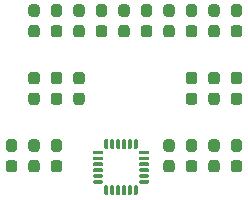
<source format=gbr>
%TF.GenerationSoftware,KiCad,Pcbnew,(5.1.10)-1*%
%TF.CreationDate,2021-06-07T22:34:48-03:00*%
%TF.ProjectId,Themu-Main,5468656d-752d-44d6-9169-6e2e6b696361,02*%
%TF.SameCoordinates,Original*%
%TF.FileFunction,Paste,Bot*%
%TF.FilePolarity,Positive*%
%FSLAX46Y46*%
G04 Gerber Fmt 4.6, Leading zero omitted, Abs format (unit mm)*
G04 Created by KiCad (PCBNEW (5.1.10)-1) date 2021-06-07 22:34:48*
%MOMM*%
%LPD*%
G01*
G04 APERTURE LIST*
G04 APERTURE END LIST*
%TO.C,R21*%
G36*
G01*
X71517500Y-90520000D02*
X71992500Y-90520000D01*
G75*
G02*
X72230000Y-90757500I0J-237500D01*
G01*
X72230000Y-91332500D01*
G75*
G02*
X71992500Y-91570000I-237500J0D01*
G01*
X71517500Y-91570000D01*
G75*
G02*
X71280000Y-91332500I0J237500D01*
G01*
X71280000Y-90757500D01*
G75*
G02*
X71517500Y-90520000I237500J0D01*
G01*
G37*
G36*
G01*
X71517500Y-88770000D02*
X71992500Y-88770000D01*
G75*
G02*
X72230000Y-89007500I0J-237500D01*
G01*
X72230000Y-89582500D01*
G75*
G02*
X71992500Y-89820000I-237500J0D01*
G01*
X71517500Y-89820000D01*
G75*
G02*
X71280000Y-89582500I0J237500D01*
G01*
X71280000Y-89007500D01*
G75*
G02*
X71517500Y-88770000I237500J0D01*
G01*
G37*
%TD*%
%TO.C,R20*%
G36*
G01*
X73422500Y-90520000D02*
X73897500Y-90520000D01*
G75*
G02*
X74135000Y-90757500I0J-237500D01*
G01*
X74135000Y-91332500D01*
G75*
G02*
X73897500Y-91570000I-237500J0D01*
G01*
X73422500Y-91570000D01*
G75*
G02*
X73185000Y-91332500I0J237500D01*
G01*
X73185000Y-90757500D01*
G75*
G02*
X73422500Y-90520000I237500J0D01*
G01*
G37*
G36*
G01*
X73422500Y-88770000D02*
X73897500Y-88770000D01*
G75*
G02*
X74135000Y-89007500I0J-237500D01*
G01*
X74135000Y-89582500D01*
G75*
G02*
X73897500Y-89820000I-237500J0D01*
G01*
X73422500Y-89820000D01*
G75*
G02*
X73185000Y-89582500I0J237500D01*
G01*
X73185000Y-89007500D01*
G75*
G02*
X73422500Y-88770000I237500J0D01*
G01*
G37*
%TD*%
%TO.C,R3*%
G36*
G01*
X69612500Y-90520000D02*
X70087500Y-90520000D01*
G75*
G02*
X70325000Y-90757500I0J-237500D01*
G01*
X70325000Y-91332500D01*
G75*
G02*
X70087500Y-91570000I-237500J0D01*
G01*
X69612500Y-91570000D01*
G75*
G02*
X69375000Y-91332500I0J237500D01*
G01*
X69375000Y-90757500D01*
G75*
G02*
X69612500Y-90520000I237500J0D01*
G01*
G37*
G36*
G01*
X69612500Y-88770000D02*
X70087500Y-88770000D01*
G75*
G02*
X70325000Y-89007500I0J-237500D01*
G01*
X70325000Y-89582500D01*
G75*
G02*
X70087500Y-89820000I-237500J0D01*
G01*
X69612500Y-89820000D01*
G75*
G02*
X69375000Y-89582500I0J237500D01*
G01*
X69375000Y-89007500D01*
G75*
G02*
X69612500Y-88770000I237500J0D01*
G01*
G37*
%TD*%
%TO.C,C5*%
G36*
G01*
X86757500Y-90520000D02*
X87232500Y-90520000D01*
G75*
G02*
X87470000Y-90757500I0J-237500D01*
G01*
X87470000Y-91332500D01*
G75*
G02*
X87232500Y-91570000I-237500J0D01*
G01*
X86757500Y-91570000D01*
G75*
G02*
X86520000Y-91332500I0J237500D01*
G01*
X86520000Y-90757500D01*
G75*
G02*
X86757500Y-90520000I237500J0D01*
G01*
G37*
G36*
G01*
X86757500Y-88770000D02*
X87232500Y-88770000D01*
G75*
G02*
X87470000Y-89007500I0J-237500D01*
G01*
X87470000Y-89582500D01*
G75*
G02*
X87232500Y-89820000I-237500J0D01*
G01*
X86757500Y-89820000D01*
G75*
G02*
X86520000Y-89582500I0J237500D01*
G01*
X86520000Y-89007500D01*
G75*
G02*
X86757500Y-88770000I237500J0D01*
G01*
G37*
%TD*%
%TO.C,C6*%
G36*
G01*
X85327500Y-84105000D02*
X84852500Y-84105000D01*
G75*
G02*
X84615000Y-83867500I0J237500D01*
G01*
X84615000Y-83292500D01*
G75*
G02*
X84852500Y-83055000I237500J0D01*
G01*
X85327500Y-83055000D01*
G75*
G02*
X85565000Y-83292500I0J-237500D01*
G01*
X85565000Y-83867500D01*
G75*
G02*
X85327500Y-84105000I-237500J0D01*
G01*
G37*
G36*
G01*
X85327500Y-85855000D02*
X84852500Y-85855000D01*
G75*
G02*
X84615000Y-85617500I0J237500D01*
G01*
X84615000Y-85042500D01*
G75*
G02*
X84852500Y-84805000I237500J0D01*
G01*
X85327500Y-84805000D01*
G75*
G02*
X85565000Y-85042500I0J-237500D01*
G01*
X85565000Y-85617500D01*
G75*
G02*
X85327500Y-85855000I-237500J0D01*
G01*
G37*
%TD*%
%TO.C,C7*%
G36*
G01*
X87232500Y-85855000D02*
X86757500Y-85855000D01*
G75*
G02*
X86520000Y-85617500I0J237500D01*
G01*
X86520000Y-85042500D01*
G75*
G02*
X86757500Y-84805000I237500J0D01*
G01*
X87232500Y-84805000D01*
G75*
G02*
X87470000Y-85042500I0J-237500D01*
G01*
X87470000Y-85617500D01*
G75*
G02*
X87232500Y-85855000I-237500J0D01*
G01*
G37*
G36*
G01*
X87232500Y-84105000D02*
X86757500Y-84105000D01*
G75*
G02*
X86520000Y-83867500I0J237500D01*
G01*
X86520000Y-83292500D01*
G75*
G02*
X86757500Y-83055000I237500J0D01*
G01*
X87232500Y-83055000D01*
G75*
G02*
X87470000Y-83292500I0J-237500D01*
G01*
X87470000Y-83867500D01*
G75*
G02*
X87232500Y-84105000I-237500J0D01*
G01*
G37*
%TD*%
%TO.C,C9*%
G36*
G01*
X71992500Y-84105000D02*
X71517500Y-84105000D01*
G75*
G02*
X71280000Y-83867500I0J237500D01*
G01*
X71280000Y-83292500D01*
G75*
G02*
X71517500Y-83055000I237500J0D01*
G01*
X71992500Y-83055000D01*
G75*
G02*
X72230000Y-83292500I0J-237500D01*
G01*
X72230000Y-83867500D01*
G75*
G02*
X71992500Y-84105000I-237500J0D01*
G01*
G37*
G36*
G01*
X71992500Y-85855000D02*
X71517500Y-85855000D01*
G75*
G02*
X71280000Y-85617500I0J237500D01*
G01*
X71280000Y-85042500D01*
G75*
G02*
X71517500Y-84805000I237500J0D01*
G01*
X71992500Y-84805000D01*
G75*
G02*
X72230000Y-85042500I0J-237500D01*
G01*
X72230000Y-85617500D01*
G75*
G02*
X71992500Y-85855000I-237500J0D01*
G01*
G37*
%TD*%
%TO.C,C10*%
G36*
G01*
X84852500Y-94485000D02*
X85327500Y-94485000D01*
G75*
G02*
X85565000Y-94722500I0J-237500D01*
G01*
X85565000Y-95297500D01*
G75*
G02*
X85327500Y-95535000I-237500J0D01*
G01*
X84852500Y-95535000D01*
G75*
G02*
X84615000Y-95297500I0J237500D01*
G01*
X84615000Y-94722500D01*
G75*
G02*
X84852500Y-94485000I237500J0D01*
G01*
G37*
G36*
G01*
X84852500Y-96235000D02*
X85327500Y-96235000D01*
G75*
G02*
X85565000Y-96472500I0J-237500D01*
G01*
X85565000Y-97047500D01*
G75*
G02*
X85327500Y-97285000I-237500J0D01*
G01*
X84852500Y-97285000D01*
G75*
G02*
X84615000Y-97047500I0J237500D01*
G01*
X84615000Y-96472500D01*
G75*
G02*
X84852500Y-96235000I237500J0D01*
G01*
G37*
%TD*%
%TO.C,C11*%
G36*
G01*
X82947500Y-96235000D02*
X83422500Y-96235000D01*
G75*
G02*
X83660000Y-96472500I0J-237500D01*
G01*
X83660000Y-97047500D01*
G75*
G02*
X83422500Y-97285000I-237500J0D01*
G01*
X82947500Y-97285000D01*
G75*
G02*
X82710000Y-97047500I0J237500D01*
G01*
X82710000Y-96472500D01*
G75*
G02*
X82947500Y-96235000I237500J0D01*
G01*
G37*
G36*
G01*
X82947500Y-94485000D02*
X83422500Y-94485000D01*
G75*
G02*
X83660000Y-94722500I0J-237500D01*
G01*
X83660000Y-95297500D01*
G75*
G02*
X83422500Y-95535000I-237500J0D01*
G01*
X82947500Y-95535000D01*
G75*
G02*
X82710000Y-95297500I0J237500D01*
G01*
X82710000Y-94722500D01*
G75*
G02*
X82947500Y-94485000I237500J0D01*
G01*
G37*
%TD*%
%TO.C,C12*%
G36*
G01*
X81042500Y-94485000D02*
X81517500Y-94485000D01*
G75*
G02*
X81755000Y-94722500I0J-237500D01*
G01*
X81755000Y-95297500D01*
G75*
G02*
X81517500Y-95535000I-237500J0D01*
G01*
X81042500Y-95535000D01*
G75*
G02*
X80805000Y-95297500I0J237500D01*
G01*
X80805000Y-94722500D01*
G75*
G02*
X81042500Y-94485000I237500J0D01*
G01*
G37*
G36*
G01*
X81042500Y-96235000D02*
X81517500Y-96235000D01*
G75*
G02*
X81755000Y-96472500I0J-237500D01*
G01*
X81755000Y-97047500D01*
G75*
G02*
X81517500Y-97285000I-237500J0D01*
G01*
X81042500Y-97285000D01*
G75*
G02*
X80805000Y-97047500I0J237500D01*
G01*
X80805000Y-96472500D01*
G75*
G02*
X81042500Y-96235000I237500J0D01*
G01*
G37*
%TD*%
%TO.C,C13*%
G36*
G01*
X68182500Y-97285000D02*
X67707500Y-97285000D01*
G75*
G02*
X67470000Y-97047500I0J237500D01*
G01*
X67470000Y-96472500D01*
G75*
G02*
X67707500Y-96235000I237500J0D01*
G01*
X68182500Y-96235000D01*
G75*
G02*
X68420000Y-96472500I0J-237500D01*
G01*
X68420000Y-97047500D01*
G75*
G02*
X68182500Y-97285000I-237500J0D01*
G01*
G37*
G36*
G01*
X68182500Y-95535000D02*
X67707500Y-95535000D01*
G75*
G02*
X67470000Y-95297500I0J237500D01*
G01*
X67470000Y-94722500D01*
G75*
G02*
X67707500Y-94485000I237500J0D01*
G01*
X68182500Y-94485000D01*
G75*
G02*
X68420000Y-94722500I0J-237500D01*
G01*
X68420000Y-95297500D01*
G75*
G02*
X68182500Y-95535000I-237500J0D01*
G01*
G37*
%TD*%
%TO.C,R5*%
G36*
G01*
X82947500Y-90520000D02*
X83422500Y-90520000D01*
G75*
G02*
X83660000Y-90757500I0J-237500D01*
G01*
X83660000Y-91332500D01*
G75*
G02*
X83422500Y-91570000I-237500J0D01*
G01*
X82947500Y-91570000D01*
G75*
G02*
X82710000Y-91332500I0J237500D01*
G01*
X82710000Y-90757500D01*
G75*
G02*
X82947500Y-90520000I237500J0D01*
G01*
G37*
G36*
G01*
X82947500Y-88770000D02*
X83422500Y-88770000D01*
G75*
G02*
X83660000Y-89007500I0J-237500D01*
G01*
X83660000Y-89582500D01*
G75*
G02*
X83422500Y-89820000I-237500J0D01*
G01*
X82947500Y-89820000D01*
G75*
G02*
X82710000Y-89582500I0J237500D01*
G01*
X82710000Y-89007500D01*
G75*
G02*
X82947500Y-88770000I237500J0D01*
G01*
G37*
%TD*%
%TO.C,R10*%
G36*
G01*
X85327500Y-89820000D02*
X84852500Y-89820000D01*
G75*
G02*
X84615000Y-89582500I0J237500D01*
G01*
X84615000Y-89007500D01*
G75*
G02*
X84852500Y-88770000I237500J0D01*
G01*
X85327500Y-88770000D01*
G75*
G02*
X85565000Y-89007500I0J-237500D01*
G01*
X85565000Y-89582500D01*
G75*
G02*
X85327500Y-89820000I-237500J0D01*
G01*
G37*
G36*
G01*
X85327500Y-91570000D02*
X84852500Y-91570000D01*
G75*
G02*
X84615000Y-91332500I0J237500D01*
G01*
X84615000Y-90757500D01*
G75*
G02*
X84852500Y-90520000I237500J0D01*
G01*
X85327500Y-90520000D01*
G75*
G02*
X85565000Y-90757500I0J-237500D01*
G01*
X85565000Y-91332500D01*
G75*
G02*
X85327500Y-91570000I-237500J0D01*
G01*
G37*
%TD*%
%TO.C,R11*%
G36*
G01*
X73422500Y-84805000D02*
X73897500Y-84805000D01*
G75*
G02*
X74135000Y-85042500I0J-237500D01*
G01*
X74135000Y-85617500D01*
G75*
G02*
X73897500Y-85855000I-237500J0D01*
G01*
X73422500Y-85855000D01*
G75*
G02*
X73185000Y-85617500I0J237500D01*
G01*
X73185000Y-85042500D01*
G75*
G02*
X73422500Y-84805000I237500J0D01*
G01*
G37*
G36*
G01*
X73422500Y-83055000D02*
X73897500Y-83055000D01*
G75*
G02*
X74135000Y-83292500I0J-237500D01*
G01*
X74135000Y-83867500D01*
G75*
G02*
X73897500Y-84105000I-237500J0D01*
G01*
X73422500Y-84105000D01*
G75*
G02*
X73185000Y-83867500I0J237500D01*
G01*
X73185000Y-83292500D01*
G75*
G02*
X73422500Y-83055000I237500J0D01*
G01*
G37*
%TD*%
%TO.C,R12*%
G36*
G01*
X69612500Y-96235000D02*
X70087500Y-96235000D01*
G75*
G02*
X70325000Y-96472500I0J-237500D01*
G01*
X70325000Y-97047500D01*
G75*
G02*
X70087500Y-97285000I-237500J0D01*
G01*
X69612500Y-97285000D01*
G75*
G02*
X69375000Y-97047500I0J237500D01*
G01*
X69375000Y-96472500D01*
G75*
G02*
X69612500Y-96235000I237500J0D01*
G01*
G37*
G36*
G01*
X69612500Y-94485000D02*
X70087500Y-94485000D01*
G75*
G02*
X70325000Y-94722500I0J-237500D01*
G01*
X70325000Y-95297500D01*
G75*
G02*
X70087500Y-95535000I-237500J0D01*
G01*
X69612500Y-95535000D01*
G75*
G02*
X69375000Y-95297500I0J237500D01*
G01*
X69375000Y-94722500D01*
G75*
G02*
X69612500Y-94485000I237500J0D01*
G01*
G37*
%TD*%
%TO.C,R13*%
G36*
G01*
X86757500Y-94485000D02*
X87232500Y-94485000D01*
G75*
G02*
X87470000Y-94722500I0J-237500D01*
G01*
X87470000Y-95297500D01*
G75*
G02*
X87232500Y-95535000I-237500J0D01*
G01*
X86757500Y-95535000D01*
G75*
G02*
X86520000Y-95297500I0J237500D01*
G01*
X86520000Y-94722500D01*
G75*
G02*
X86757500Y-94485000I237500J0D01*
G01*
G37*
G36*
G01*
X86757500Y-96235000D02*
X87232500Y-96235000D01*
G75*
G02*
X87470000Y-96472500I0J-237500D01*
G01*
X87470000Y-97047500D01*
G75*
G02*
X87232500Y-97285000I-237500J0D01*
G01*
X86757500Y-97285000D01*
G75*
G02*
X86520000Y-97047500I0J237500D01*
G01*
X86520000Y-96472500D01*
G75*
G02*
X86757500Y-96235000I237500J0D01*
G01*
G37*
%TD*%
%TO.C,R14*%
G36*
G01*
X71517500Y-94485000D02*
X71992500Y-94485000D01*
G75*
G02*
X72230000Y-94722500I0J-237500D01*
G01*
X72230000Y-95297500D01*
G75*
G02*
X71992500Y-95535000I-237500J0D01*
G01*
X71517500Y-95535000D01*
G75*
G02*
X71280000Y-95297500I0J237500D01*
G01*
X71280000Y-94722500D01*
G75*
G02*
X71517500Y-94485000I237500J0D01*
G01*
G37*
G36*
G01*
X71517500Y-96235000D02*
X71992500Y-96235000D01*
G75*
G02*
X72230000Y-96472500I0J-237500D01*
G01*
X72230000Y-97047500D01*
G75*
G02*
X71992500Y-97285000I-237500J0D01*
G01*
X71517500Y-97285000D01*
G75*
G02*
X71280000Y-97047500I0J237500D01*
G01*
X71280000Y-96472500D01*
G75*
G02*
X71517500Y-96235000I237500J0D01*
G01*
G37*
%TD*%
%TO.C,R15*%
G36*
G01*
X82947500Y-83055000D02*
X83422500Y-83055000D01*
G75*
G02*
X83660000Y-83292500I0J-237500D01*
G01*
X83660000Y-83867500D01*
G75*
G02*
X83422500Y-84105000I-237500J0D01*
G01*
X82947500Y-84105000D01*
G75*
G02*
X82710000Y-83867500I0J237500D01*
G01*
X82710000Y-83292500D01*
G75*
G02*
X82947500Y-83055000I237500J0D01*
G01*
G37*
G36*
G01*
X82947500Y-84805000D02*
X83422500Y-84805000D01*
G75*
G02*
X83660000Y-85042500I0J-237500D01*
G01*
X83660000Y-85617500D01*
G75*
G02*
X83422500Y-85855000I-237500J0D01*
G01*
X82947500Y-85855000D01*
G75*
G02*
X82710000Y-85617500I0J237500D01*
G01*
X82710000Y-85042500D01*
G75*
G02*
X82947500Y-84805000I237500J0D01*
G01*
G37*
%TD*%
%TO.C,R16*%
G36*
G01*
X81042500Y-84805000D02*
X81517500Y-84805000D01*
G75*
G02*
X81755000Y-85042500I0J-237500D01*
G01*
X81755000Y-85617500D01*
G75*
G02*
X81517500Y-85855000I-237500J0D01*
G01*
X81042500Y-85855000D01*
G75*
G02*
X80805000Y-85617500I0J237500D01*
G01*
X80805000Y-85042500D01*
G75*
G02*
X81042500Y-84805000I237500J0D01*
G01*
G37*
G36*
G01*
X81042500Y-83055000D02*
X81517500Y-83055000D01*
G75*
G02*
X81755000Y-83292500I0J-237500D01*
G01*
X81755000Y-83867500D01*
G75*
G02*
X81517500Y-84105000I-237500J0D01*
G01*
X81042500Y-84105000D01*
G75*
G02*
X80805000Y-83867500I0J237500D01*
G01*
X80805000Y-83292500D01*
G75*
G02*
X81042500Y-83055000I237500J0D01*
G01*
G37*
%TD*%
%TO.C,R17*%
G36*
G01*
X79137500Y-83055000D02*
X79612500Y-83055000D01*
G75*
G02*
X79850000Y-83292500I0J-237500D01*
G01*
X79850000Y-83867500D01*
G75*
G02*
X79612500Y-84105000I-237500J0D01*
G01*
X79137500Y-84105000D01*
G75*
G02*
X78900000Y-83867500I0J237500D01*
G01*
X78900000Y-83292500D01*
G75*
G02*
X79137500Y-83055000I237500J0D01*
G01*
G37*
G36*
G01*
X79137500Y-84805000D02*
X79612500Y-84805000D01*
G75*
G02*
X79850000Y-85042500I0J-237500D01*
G01*
X79850000Y-85617500D01*
G75*
G02*
X79612500Y-85855000I-237500J0D01*
G01*
X79137500Y-85855000D01*
G75*
G02*
X78900000Y-85617500I0J237500D01*
G01*
X78900000Y-85042500D01*
G75*
G02*
X79137500Y-84805000I237500J0D01*
G01*
G37*
%TD*%
%TO.C,R18*%
G36*
G01*
X77232500Y-84805000D02*
X77707500Y-84805000D01*
G75*
G02*
X77945000Y-85042500I0J-237500D01*
G01*
X77945000Y-85617500D01*
G75*
G02*
X77707500Y-85855000I-237500J0D01*
G01*
X77232500Y-85855000D01*
G75*
G02*
X76995000Y-85617500I0J237500D01*
G01*
X76995000Y-85042500D01*
G75*
G02*
X77232500Y-84805000I237500J0D01*
G01*
G37*
G36*
G01*
X77232500Y-83055000D02*
X77707500Y-83055000D01*
G75*
G02*
X77945000Y-83292500I0J-237500D01*
G01*
X77945000Y-83867500D01*
G75*
G02*
X77707500Y-84105000I-237500J0D01*
G01*
X77232500Y-84105000D01*
G75*
G02*
X76995000Y-83867500I0J237500D01*
G01*
X76995000Y-83292500D01*
G75*
G02*
X77232500Y-83055000I237500J0D01*
G01*
G37*
%TD*%
%TO.C,R19*%
G36*
G01*
X75327500Y-83055000D02*
X75802500Y-83055000D01*
G75*
G02*
X76040000Y-83292500I0J-237500D01*
G01*
X76040000Y-83867500D01*
G75*
G02*
X75802500Y-84105000I-237500J0D01*
G01*
X75327500Y-84105000D01*
G75*
G02*
X75090000Y-83867500I0J237500D01*
G01*
X75090000Y-83292500D01*
G75*
G02*
X75327500Y-83055000I237500J0D01*
G01*
G37*
G36*
G01*
X75327500Y-84805000D02*
X75802500Y-84805000D01*
G75*
G02*
X76040000Y-85042500I0J-237500D01*
G01*
X76040000Y-85617500D01*
G75*
G02*
X75802500Y-85855000I-237500J0D01*
G01*
X75327500Y-85855000D01*
G75*
G02*
X75090000Y-85617500I0J237500D01*
G01*
X75090000Y-85042500D01*
G75*
G02*
X75327500Y-84805000I237500J0D01*
G01*
G37*
%TD*%
%TO.C,U5*%
G36*
G01*
X74841000Y-98162500D02*
X74841000Y-98012500D01*
G75*
G02*
X74916000Y-97937500I75000J0D01*
G01*
X75616000Y-97937500D01*
G75*
G02*
X75691000Y-98012500I0J-75000D01*
G01*
X75691000Y-98162500D01*
G75*
G02*
X75616000Y-98237500I-75000J0D01*
G01*
X74916000Y-98237500D01*
G75*
G02*
X74841000Y-98162500I0J75000D01*
G01*
G37*
G36*
G01*
X74841000Y-97662500D02*
X74841000Y-97512500D01*
G75*
G02*
X74916000Y-97437500I75000J0D01*
G01*
X75616000Y-97437500D01*
G75*
G02*
X75691000Y-97512500I0J-75000D01*
G01*
X75691000Y-97662500D01*
G75*
G02*
X75616000Y-97737500I-75000J0D01*
G01*
X74916000Y-97737500D01*
G75*
G02*
X74841000Y-97662500I0J75000D01*
G01*
G37*
G36*
G01*
X74841000Y-97162500D02*
X74841000Y-97012500D01*
G75*
G02*
X74916000Y-96937500I75000J0D01*
G01*
X75616000Y-96937500D01*
G75*
G02*
X75691000Y-97012500I0J-75000D01*
G01*
X75691000Y-97162500D01*
G75*
G02*
X75616000Y-97237500I-75000J0D01*
G01*
X74916000Y-97237500D01*
G75*
G02*
X74841000Y-97162500I0J75000D01*
G01*
G37*
G36*
G01*
X74841000Y-96662500D02*
X74841000Y-96512500D01*
G75*
G02*
X74916000Y-96437500I75000J0D01*
G01*
X75616000Y-96437500D01*
G75*
G02*
X75691000Y-96512500I0J-75000D01*
G01*
X75691000Y-96662500D01*
G75*
G02*
X75616000Y-96737500I-75000J0D01*
G01*
X74916000Y-96737500D01*
G75*
G02*
X74841000Y-96662500I0J75000D01*
G01*
G37*
G36*
G01*
X74841000Y-96162500D02*
X74841000Y-96012500D01*
G75*
G02*
X74916000Y-95937500I75000J0D01*
G01*
X75616000Y-95937500D01*
G75*
G02*
X75691000Y-96012500I0J-75000D01*
G01*
X75691000Y-96162500D01*
G75*
G02*
X75616000Y-96237500I-75000J0D01*
G01*
X74916000Y-96237500D01*
G75*
G02*
X74841000Y-96162500I0J75000D01*
G01*
G37*
G36*
G01*
X74841000Y-95662500D02*
X74841000Y-95512500D01*
G75*
G02*
X74916000Y-95437500I75000J0D01*
G01*
X75616000Y-95437500D01*
G75*
G02*
X75691000Y-95512500I0J-75000D01*
G01*
X75691000Y-95662500D01*
G75*
G02*
X75616000Y-95737500I-75000J0D01*
G01*
X74916000Y-95737500D01*
G75*
G02*
X74841000Y-95662500I0J75000D01*
G01*
G37*
G36*
G01*
X75891000Y-94462500D02*
X76041000Y-94462500D01*
G75*
G02*
X76116000Y-94537500I0J-75000D01*
G01*
X76116000Y-95237500D01*
G75*
G02*
X76041000Y-95312500I-75000J0D01*
G01*
X75891000Y-95312500D01*
G75*
G02*
X75816000Y-95237500I0J75000D01*
G01*
X75816000Y-94537500D01*
G75*
G02*
X75891000Y-94462500I75000J0D01*
G01*
G37*
G36*
G01*
X76391000Y-94462500D02*
X76541000Y-94462500D01*
G75*
G02*
X76616000Y-94537500I0J-75000D01*
G01*
X76616000Y-95237500D01*
G75*
G02*
X76541000Y-95312500I-75000J0D01*
G01*
X76391000Y-95312500D01*
G75*
G02*
X76316000Y-95237500I0J75000D01*
G01*
X76316000Y-94537500D01*
G75*
G02*
X76391000Y-94462500I75000J0D01*
G01*
G37*
G36*
G01*
X76891000Y-94462500D02*
X77041000Y-94462500D01*
G75*
G02*
X77116000Y-94537500I0J-75000D01*
G01*
X77116000Y-95237500D01*
G75*
G02*
X77041000Y-95312500I-75000J0D01*
G01*
X76891000Y-95312500D01*
G75*
G02*
X76816000Y-95237500I0J75000D01*
G01*
X76816000Y-94537500D01*
G75*
G02*
X76891000Y-94462500I75000J0D01*
G01*
G37*
G36*
G01*
X77391000Y-94462500D02*
X77541000Y-94462500D01*
G75*
G02*
X77616000Y-94537500I0J-75000D01*
G01*
X77616000Y-95237500D01*
G75*
G02*
X77541000Y-95312500I-75000J0D01*
G01*
X77391000Y-95312500D01*
G75*
G02*
X77316000Y-95237500I0J75000D01*
G01*
X77316000Y-94537500D01*
G75*
G02*
X77391000Y-94462500I75000J0D01*
G01*
G37*
G36*
G01*
X77891000Y-94462500D02*
X78041000Y-94462500D01*
G75*
G02*
X78116000Y-94537500I0J-75000D01*
G01*
X78116000Y-95237500D01*
G75*
G02*
X78041000Y-95312500I-75000J0D01*
G01*
X77891000Y-95312500D01*
G75*
G02*
X77816000Y-95237500I0J75000D01*
G01*
X77816000Y-94537500D01*
G75*
G02*
X77891000Y-94462500I75000J0D01*
G01*
G37*
G36*
G01*
X78391000Y-94462500D02*
X78541000Y-94462500D01*
G75*
G02*
X78616000Y-94537500I0J-75000D01*
G01*
X78616000Y-95237500D01*
G75*
G02*
X78541000Y-95312500I-75000J0D01*
G01*
X78391000Y-95312500D01*
G75*
G02*
X78316000Y-95237500I0J75000D01*
G01*
X78316000Y-94537500D01*
G75*
G02*
X78391000Y-94462500I75000J0D01*
G01*
G37*
G36*
G01*
X78741000Y-95662500D02*
X78741000Y-95512500D01*
G75*
G02*
X78816000Y-95437500I75000J0D01*
G01*
X79516000Y-95437500D01*
G75*
G02*
X79591000Y-95512500I0J-75000D01*
G01*
X79591000Y-95662500D01*
G75*
G02*
X79516000Y-95737500I-75000J0D01*
G01*
X78816000Y-95737500D01*
G75*
G02*
X78741000Y-95662500I0J75000D01*
G01*
G37*
G36*
G01*
X78741000Y-96162500D02*
X78741000Y-96012500D01*
G75*
G02*
X78816000Y-95937500I75000J0D01*
G01*
X79516000Y-95937500D01*
G75*
G02*
X79591000Y-96012500I0J-75000D01*
G01*
X79591000Y-96162500D01*
G75*
G02*
X79516000Y-96237500I-75000J0D01*
G01*
X78816000Y-96237500D01*
G75*
G02*
X78741000Y-96162500I0J75000D01*
G01*
G37*
G36*
G01*
X78741000Y-96662500D02*
X78741000Y-96512500D01*
G75*
G02*
X78816000Y-96437500I75000J0D01*
G01*
X79516000Y-96437500D01*
G75*
G02*
X79591000Y-96512500I0J-75000D01*
G01*
X79591000Y-96662500D01*
G75*
G02*
X79516000Y-96737500I-75000J0D01*
G01*
X78816000Y-96737500D01*
G75*
G02*
X78741000Y-96662500I0J75000D01*
G01*
G37*
G36*
G01*
X78741000Y-97162500D02*
X78741000Y-97012500D01*
G75*
G02*
X78816000Y-96937500I75000J0D01*
G01*
X79516000Y-96937500D01*
G75*
G02*
X79591000Y-97012500I0J-75000D01*
G01*
X79591000Y-97162500D01*
G75*
G02*
X79516000Y-97237500I-75000J0D01*
G01*
X78816000Y-97237500D01*
G75*
G02*
X78741000Y-97162500I0J75000D01*
G01*
G37*
G36*
G01*
X78741000Y-97662500D02*
X78741000Y-97512500D01*
G75*
G02*
X78816000Y-97437500I75000J0D01*
G01*
X79516000Y-97437500D01*
G75*
G02*
X79591000Y-97512500I0J-75000D01*
G01*
X79591000Y-97662500D01*
G75*
G02*
X79516000Y-97737500I-75000J0D01*
G01*
X78816000Y-97737500D01*
G75*
G02*
X78741000Y-97662500I0J75000D01*
G01*
G37*
G36*
G01*
X78741000Y-98162500D02*
X78741000Y-98012500D01*
G75*
G02*
X78816000Y-97937500I75000J0D01*
G01*
X79516000Y-97937500D01*
G75*
G02*
X79591000Y-98012500I0J-75000D01*
G01*
X79591000Y-98162500D01*
G75*
G02*
X79516000Y-98237500I-75000J0D01*
G01*
X78816000Y-98237500D01*
G75*
G02*
X78741000Y-98162500I0J75000D01*
G01*
G37*
G36*
G01*
X78391000Y-98362500D02*
X78541000Y-98362500D01*
G75*
G02*
X78616000Y-98437500I0J-75000D01*
G01*
X78616000Y-99137500D01*
G75*
G02*
X78541000Y-99212500I-75000J0D01*
G01*
X78391000Y-99212500D01*
G75*
G02*
X78316000Y-99137500I0J75000D01*
G01*
X78316000Y-98437500D01*
G75*
G02*
X78391000Y-98362500I75000J0D01*
G01*
G37*
G36*
G01*
X77891000Y-98362500D02*
X78041000Y-98362500D01*
G75*
G02*
X78116000Y-98437500I0J-75000D01*
G01*
X78116000Y-99137500D01*
G75*
G02*
X78041000Y-99212500I-75000J0D01*
G01*
X77891000Y-99212500D01*
G75*
G02*
X77816000Y-99137500I0J75000D01*
G01*
X77816000Y-98437500D01*
G75*
G02*
X77891000Y-98362500I75000J0D01*
G01*
G37*
G36*
G01*
X77391000Y-98362500D02*
X77541000Y-98362500D01*
G75*
G02*
X77616000Y-98437500I0J-75000D01*
G01*
X77616000Y-99137500D01*
G75*
G02*
X77541000Y-99212500I-75000J0D01*
G01*
X77391000Y-99212500D01*
G75*
G02*
X77316000Y-99137500I0J75000D01*
G01*
X77316000Y-98437500D01*
G75*
G02*
X77391000Y-98362500I75000J0D01*
G01*
G37*
G36*
G01*
X76891000Y-98362500D02*
X77041000Y-98362500D01*
G75*
G02*
X77116000Y-98437500I0J-75000D01*
G01*
X77116000Y-99137500D01*
G75*
G02*
X77041000Y-99212500I-75000J0D01*
G01*
X76891000Y-99212500D01*
G75*
G02*
X76816000Y-99137500I0J75000D01*
G01*
X76816000Y-98437500D01*
G75*
G02*
X76891000Y-98362500I75000J0D01*
G01*
G37*
G36*
G01*
X76391000Y-98362500D02*
X76541000Y-98362500D01*
G75*
G02*
X76616000Y-98437500I0J-75000D01*
G01*
X76616000Y-99137500D01*
G75*
G02*
X76541000Y-99212500I-75000J0D01*
G01*
X76391000Y-99212500D01*
G75*
G02*
X76316000Y-99137500I0J75000D01*
G01*
X76316000Y-98437500D01*
G75*
G02*
X76391000Y-98362500I75000J0D01*
G01*
G37*
G36*
G01*
X75891000Y-98362500D02*
X76041000Y-98362500D01*
G75*
G02*
X76116000Y-98437500I0J-75000D01*
G01*
X76116000Y-99137500D01*
G75*
G02*
X76041000Y-99212500I-75000J0D01*
G01*
X75891000Y-99212500D01*
G75*
G02*
X75816000Y-99137500I0J75000D01*
G01*
X75816000Y-98437500D01*
G75*
G02*
X75891000Y-98362500I75000J0D01*
G01*
G37*
%TD*%
%TO.C,R22*%
G36*
G01*
X69612500Y-84805000D02*
X70087500Y-84805000D01*
G75*
G02*
X70325000Y-85042500I0J-237500D01*
G01*
X70325000Y-85617500D01*
G75*
G02*
X70087500Y-85855000I-237500J0D01*
G01*
X69612500Y-85855000D01*
G75*
G02*
X69375000Y-85617500I0J237500D01*
G01*
X69375000Y-85042500D01*
G75*
G02*
X69612500Y-84805000I237500J0D01*
G01*
G37*
G36*
G01*
X69612500Y-83055000D02*
X70087500Y-83055000D01*
G75*
G02*
X70325000Y-83292500I0J-237500D01*
G01*
X70325000Y-83867500D01*
G75*
G02*
X70087500Y-84105000I-237500J0D01*
G01*
X69612500Y-84105000D01*
G75*
G02*
X69375000Y-83867500I0J237500D01*
G01*
X69375000Y-83292500D01*
G75*
G02*
X69612500Y-83055000I237500J0D01*
G01*
G37*
%TD*%
M02*

</source>
